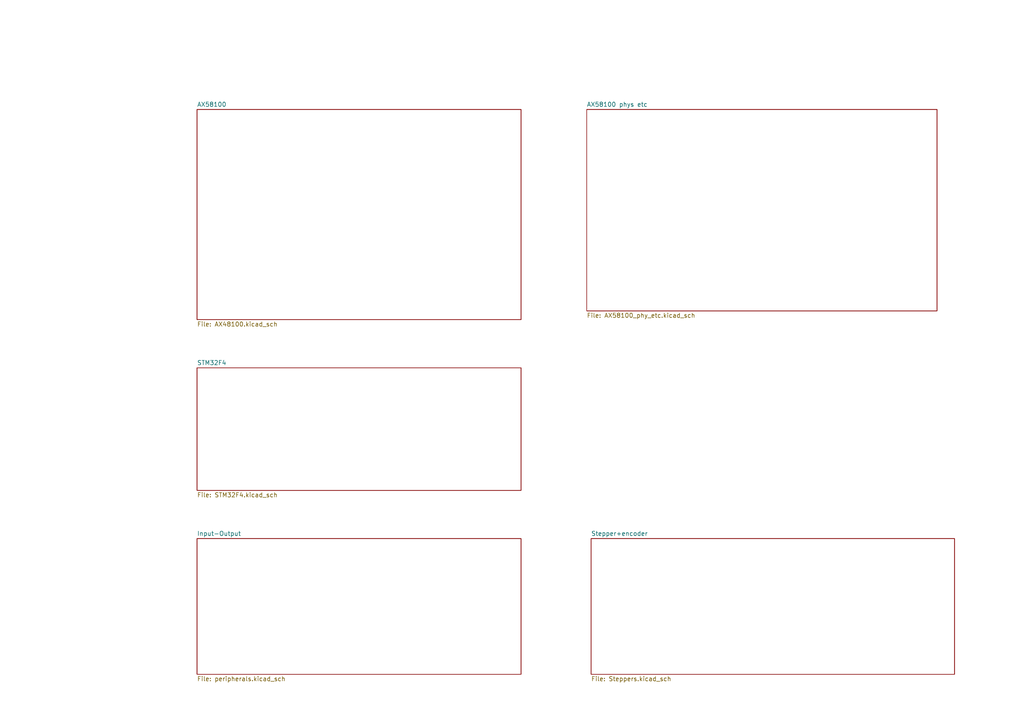
<source format=kicad_sch>
(kicad_sch (version 20230121) (generator eeschema)

  (uuid 5597aedc-b607-407f-bbfd-31b3b298ecb1)

  (paper "A4")

  (title_block
    (title "MetalMusings EaserCAT 3000")
  )

  (lib_symbols
  )


  (sheet (at 57.15 156.21) (size 93.98 39.37) (fields_autoplaced)
    (stroke (width 0.1524) (type solid))
    (fill (color 0 0 0 0.0000))
    (uuid 0a376a6c-0f15-42f8-81f6-3a55619be267)
    (property "Sheetname" "Input-Output" (at 57.15 155.4984 0)
      (effects (font (size 1.27 1.27)) (justify left bottom))
    )
    (property "Sheetfile" "peripherals.kicad_sch" (at 57.15 196.1646 0)
      (effects (font (size 1.27 1.27)) (justify left top))
    )
    (instances
      (project "Ax58100-stm32-ethercat"
        (path "/5597aedc-b607-407f-bbfd-31b3b298ecb1" (page "5"))
      )
    )
  )

  (sheet (at 170.18 31.75) (size 101.6 58.42) (fields_autoplaced)
    (stroke (width 0.1524) (type solid))
    (fill (color 0 0 0 0.0000))
    (uuid 5bf93325-f5d9-4344-9bf3-f5fc91bc1622)
    (property "Sheetname" "AX58100 phys etc" (at 170.18 31.0384 0)
      (effects (font (size 1.27 1.27)) (justify left bottom))
    )
    (property "Sheetfile" "AX58100_phy_etc.kicad_sch" (at 170.18 90.7546 0)
      (effects (font (size 1.27 1.27)) (justify left top))
    )
    (instances
      (project "Ax58100-stm32-ethercat"
        (path "/5597aedc-b607-407f-bbfd-31b3b298ecb1" (page "3"))
      )
    )
  )

  (sheet (at 57.15 31.75) (size 93.98 60.96) (fields_autoplaced)
    (stroke (width 0.1524) (type solid))
    (fill (color 0 0 0 0.0000))
    (uuid 9f485422-734f-43d3-94ea-443cbc453d2e)
    (property "Sheetname" "AX58100" (at 57.15 31.0384 0)
      (effects (font (size 1.27 1.27)) (justify left bottom))
    )
    (property "Sheetfile" "AX48100.kicad_sch" (at 57.15 93.2946 0)
      (effects (font (size 1.27 1.27)) (justify left top))
    )
    (instances
      (project "Ax58100-stm32-ethercat"
        (path "/5597aedc-b607-407f-bbfd-31b3b298ecb1" (page "2"))
      )
    )
  )

  (sheet (at 171.45 156.21) (size 105.41 39.37) (fields_autoplaced)
    (stroke (width 0.1524) (type solid))
    (fill (color 0 0 0 0.0000))
    (uuid cd91a270-7393-4003-91a3-e42304da540b)
    (property "Sheetname" "Stepper+encoder" (at 171.45 155.4984 0)
      (effects (font (size 1.27 1.27)) (justify left bottom))
    )
    (property "Sheetfile" "Steppers.kicad_sch" (at 171.45 196.1646 0)
      (effects (font (size 1.27 1.27)) (justify left top))
    )
    (instances
      (project "Ax58100-stm32-ethercat"
        (path "/5597aedc-b607-407f-bbfd-31b3b298ecb1" (page "6"))
      )
    )
  )

  (sheet (at 57.15 106.68) (size 93.98 35.56) (fields_autoplaced)
    (stroke (width 0.1524) (type solid))
    (fill (color 0 0 0 0.0000))
    (uuid d564400f-40ba-4aca-9c2a-14ec52a8353b)
    (property "Sheetname" "STM32F4" (at 57.15 105.9684 0)
      (effects (font (size 1.27 1.27)) (justify left bottom))
    )
    (property "Sheetfile" "STM32F4.kicad_sch" (at 57.15 142.8246 0)
      (effects (font (size 1.27 1.27)) (justify left top))
    )
    (instances
      (project "Ax58100-stm32-ethercat"
        (path "/5597aedc-b607-407f-bbfd-31b3b298ecb1" (page "4"))
      )
    )
  )

  (sheet_instances
    (path "/" (page "1"))
  )
)

</source>
